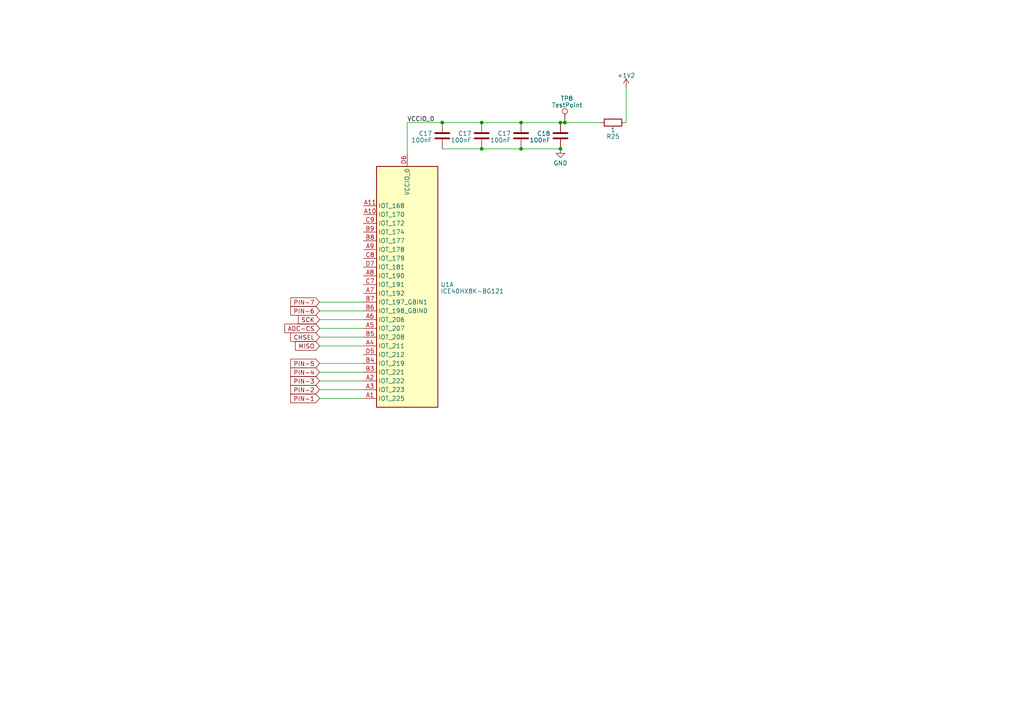
<source format=kicad_sch>
(kicad_sch (version 20230121) (generator eeschema)
  (paper "A4")
  (title_block (date "2023-04-22") (rev "V0.1"))
  (lib_symbols
    (symbol "Connector:TestPoint" (pin_numbers hide) (pin_names (offset 0.762) hide)
      (property "Reference" "TP" (at 0 6.858 0))
      (property "Value" "TestPoint" (at 0 5.08 0))
      (symbol "TestPoint_0_1"
        (circle (center 0 3.302) (radius 0.762))
      )
      (symbol "TestPoint_1_1"
        (pin passive line (at 0 0 90) (length 2.54) (name "1") (number "1"))
      )
    )
    (symbol "Device:C" (pin_numbers hide) (pin_names (offset 0.254))
      (property "Reference" "C" (at 0.635 2.54 0))
      (property "Value" "C" (at 0.635 -2.54 0))
      (symbol "C_0_1"
        (polyline (pts (xy -2.032 -0.762) (xy 2.032 -0.762)) (stroke (width 0.508)))
        (polyline (pts (xy -2.032 0.762) (xy 2.032 0.762)) (stroke (width 0.508)))
      )
      (symbol "C_1_1"
        (pin passive line (at 0 3.81 270) (length 2.794) (name "~") (number "1"))
        (pin passive line (at 0 -3.81 90) (length 2.794) (name "~") (number "2"))
      )
    )
    (symbol "Device:R" (pin_numbers hide) (pin_names (offset 0))
      (property "Reference" "R" (at 2.032 0 90))
      (property "Value" "R" (at 0 0 90))
      (symbol "R_0_1"
        (rectangle (start -1.016 -2.54) (end 1.016 2.54) (stroke (width 0.254)))
      )
      (symbol "R_1_1"
        (pin passive line (at 0 3.81 270) (length 1.27) (name "~") (number "1"))
        (pin passive line (at 0 -3.81 90) (length 1.27) (name "~") (number "2"))
      )
    )
    (symbol "FPGA_Lattice:ICE40HX8K-BG121"
      (property "Reference" "U" (at 2.54 44.45 0))
      (property "Value" "ICE40HX8K-BG121" (at 10.16 41.91 0))
      (symbol "ICE40HX8K-BG121_1_1"
        (rectangle (start -8.89 31.75) (end 8.89 -38.1) (stroke (width 0.254)) (fill (type background)))
        (pin bidirectional line (at -12.7 -35.56 0) (length 3.81) (name "IOT_225") (number "A1"))
        (pin bidirectional line (at -12.7 17.78 0) (length 3.81) (name "IOT_170") (number "A10"))
        (pin bidirectional line (at -12.7 20.32 0) (length 3.81) (name "IOT_168") (number "A11"))
        (pin bidirectional line (at -12.7 -30.48 0) (length 3.81) (name "IOT_222") (number "A2"))
        (pin bidirectional line (at -12.7 -33.02 0) (length 3.81) (name "IOT_223") (number "A3"))
        (pin bidirectional line (at -12.7 -20.32 0) (length 3.81) (name "IOT_211") (number "A4"))
        (pin bidirectional line (at -12.7 -15.24 0) (length 3.81) (name "IOT_207") (number "A5"))
        (pin bidirectional line (at -12.7 -12.7 0) (length 3.81) (name "IOT_206") (number "A6"))
        (pin bidirectional line (at -12.7 -5.08 0) (length 3.81) (name "IOT_192") (number "A7"))
        (pin bidirectional line (at -12.7 0 0) (length 3.81) (name "IOT_190") (number "A8"))
        (pin bidirectional line (at -12.7 7.62 0) (length 3.81) (name "IOT_178") (number "A9"))
        (pin bidirectional line (at -12.7 -27.94 0) (length 3.81) (name "IOT_221") (number "B3"))
        (pin bidirectional line (at -12.7 -25.4 0) (length 3.81) (name "IOT_219") (number "B4"))
        (pin bidirectional line (at -12.7 -17.78 0) (length 3.81) (name "IOT_208") (number "B5"))
        (pin bidirectional line (at -12.7 -10.16 0) (length 3.81) (name "IOT_198_GBIN0") (number "B6"))
        (pin bidirectional line (at -12.7 -7.62 0) (length 3.81) (name "IOT_197_GBIN1") (number "B7"))
        (pin bidirectional line (at -12.7 10.16 0) (length 3.81) (name "IOT_177") (number "B8"))
        (pin bidirectional line (at -12.7 12.7 0) (length 3.81) (name "IOT_174") (number "B9"))
        (pin bidirectional line (at -12.7 -2.54 0) (length 3.81) (name "IOT_191") (number "C7"))
        (pin bidirectional line (at -12.7 5.08 0) (length 3.81) (name "IOT_179") (number "C8"))
        (pin bidirectional line (at -12.7 15.24 0) (length 3.81) (name "IOT_172") (number "C9"))
        (pin bidirectional line (at -12.7 -22.86 0) (length 3.81) (name "IOT_212") (number "D5"))
        (pin power_in line (at 0 35.56 270) (length 3.81) (name "VCCIO_0") (number "D6"))
        (pin bidirectional line (at -12.7 2.54 0) (length 3.81) (name "IOT_181") (number "D7"))
      )
      (symbol "ICE40HX8K-BG121_2_1"
        (rectangle (start -8.89 31.75) (end 8.89 -33.02) (stroke (width 0.254)) (fill (type background)))
        (pin bidirectional line (at -12.7 -30.48 0) (length 3.81) (name "IOR_161") (number "B11"))
        (pin bidirectional line (at -12.7 -27.94 0) (length 3.81) (name "IOR_160") (number "C11"))
        (pin bidirectional line (at -12.7 -25.4 0) (length 3.81) (name "IOR_154") (number "D10"))
        (pin bidirectional line (at -12.7 -22.86 0) (length 3.81) (name "IOR_152") (number "D11"))
        (pin bidirectional line (at -12.7 -17.78 0) (length 3.81) (name "IOR_147") (number "D9"))
        (pin bidirectional line (at -12.7 -10.16 0) (length 3.81) (name "IOR_141_GBIN2") (number "E10"))
        (pin bidirectional line (at -12.7 -20.32 0) (length 3.81) (name "IOR_148") (number "E11"))
        (pin bidirectional line (at -12.7 -15.24 0) (length 3.81) (name "IOR_146") (number "E8"))
        (pin bidirectional line (at -12.7 -12.7 0) (length 3.81) (name "IOR_144") (number "E9"))
        (pin bidirectional line (at -12.7 -2.54 0) (length 3.81) (name "IOR_136") (number "F10"))
        (pin bidirectional line (at -12.7 -7.62 0) (length 3.81) (name "IOR_140_GBIN3") (number "F11"))
        (pin power_in line (at 0 35.56 270) (length 3.81) (name "VCCIO_1") (number "F8"))
        (pin bidirectional line (at -12.7 -5.08 0) (length 3.81) (name "IOR_137") (number "F9"))
        (pin bidirectional line (at -12.7 5.08 0) (length 3.81) (name "IOR_120") (number "G10"))
        (pin bidirectional line (at -12.7 0 0) (length 3.81) (name "IOR_129") (number "G11"))
        (pin bidirectional line (at -12.7 10.16 0) (length 3.81) (name "IOR_118") (number "G8"))
        (pin bidirectional line (at -12.7 2.54 0) (length 3.81) (name "IOR_128") (number "G9"))
        (pin bidirectional line (at -12.7 15.24 0) (length 3.81) (name "IOR_116") (number "H10"))
        (pin bidirectional line (at -12.7 7.62 0) (length 3.81) (name "IOR_119") (number "H11"))
        (pin bidirectional line (at -12.7 12.7 0) (length 3.81) (name "IOR_117") (number "J10"))
        (pin bidirectional line (at -12.7 20.32 0) (length 3.81) (name "IOR_114") (number "J11"))
        (pin bidirectional line (at -12.7 17.78 0) (length 3.81) (name "IOR_115") (number "K11"))
      )
      (symbol "ICE40HX8K-BG121_3_1"
        (rectangle (start -11.43 29.21) (end 11.43 -31.75) (stroke (width 0.254)) (fill (type background)))
        (pin power_in line (at 0 33.02 270) (length 3.81) (name "VCCIO_2") (number "H6"))
        (pin bidirectional line (at -15.24 -15.24 0) (length 3.81) (name "IOB_87") (number "H7"))
        (pin bidirectional line (at -15.24 -27.94 0) (length 3.81) (name "IOB_104_CBSEL1") (number "H9"))
        (pin bidirectional line (at -15.24 15.24 0) (length 3.81) (name "IOB_57") (number "J3"))
        (pin bidirectional line (at -15.24 7.62 0) (length 3.81) (name "IOB_64") (number "J4"))
        (pin bidirectional line (at -15.24 -2.54 0) (length 3.81) (name "IOB_78") (number "J5"))
        (pin bidirectional line (at -15.24 -12.7 0) (length 3.81) (name "IOB_86") (number "J7"))
        (pin bidirectional line (at -15.24 -20.32 0) (length 3.81) (name "IOB_91") (number "J8"))
        (pin bidirectional line (at -15.24 10.16 0) (length 3.81) (name "IOB_63") (number "K3"))
        (pin bidirectional line (at -15.24 0 0) (length 3.81) (name "IOB_73") (number "K4"))
        (pin bidirectional line (at -15.24 -5.08 0) (length 3.81) (name "IOB_79") (number "K5"))
        (pin bidirectional line (at -15.24 -10.16 0) (length 3.81) (name "IOB_82_GBIN4") (number "K6"))
        (pin bidirectional line (at -15.24 -17.78 0) (length 3.81) (name "IOB_89") (number "K7"))
        (pin open_collector line (at 15.24 25.4 180) (length 3.81) (name "CDONE") (number "K8"))
        (pin bidirectional line (at -15.24 17.78 0) (length 3.81) (name "IOB_56") (number "L1"))
        (pin bidirectional line (at -15.24 12.7 0) (length 3.81) (name "IOB_61") (number "L2"))
        (pin bidirectional line (at -15.24 5.08 0) (length 3.81) (name "IOB_71") (number "L3"))
        (pin bidirectional line (at -15.24 2.54 0) (length 3.81) (name "IOB_72") (number "L4"))
        (pin bidirectional line (at -15.24 -7.62 0) (length 3.81) (name "IOB_81_GBIN5") (number "L5"))
        (pin bidirectional line (at -15.24 -22.86 0) (length 3.81) (name "IOB_94") (number "L7"))
        (pin bidirectional line (at -15.24 -25.4 0) (length 3.81) (name "IOB_103_CBSEL0") (number "L8"))
        (pin input line (at -15.24 25.4 0) (length 3.81) (name "~{CRESET}") (number "L9"))
      )
      (symbol "ICE40HX8K-BG121_4_1"
        (rectangle (start -8.89 39.37) (end 8.89 -39.37) (stroke (width 0.254)) (fill (type background)))
        (pin bidirectional line (at -12.7 27.94 0) (length 3.81) (name "IOL_2A") (number "B1"))
        (pin bidirectional line (at -12.7 25.4 0) (length 3.81) (name "IOL_2B") (number "B2"))
        (pin bidirectional line (at -12.7 15.24 0) (length 3.81) (name "IOL_5B") (number "C1"))
        (pin bidirectional line (at -12.7 17.78 0) (length 3.81) (name "IOL_5A") (number "C2"))
        (pin bidirectional line (at -12.7 20.32 0) (length 3.81) (name "IOL_4B") (number "C3"))
        (pin bidirectional line (at -12.7 22.86 0) (length 3.81) (name "IOL_4A") (number "C4"))
        (pin bidirectional line (at -12.7 10.16 0) (length 3.81) (name "IOL_8B") (number "D1"))
        (pin bidirectional line (at -12.7 7.62 0) (length 3.81) (name "IOL_9A") (number "D2"))
        (pin bidirectional line (at -12.7 5.08 0) (length 3.81) (name "IOL_9B") (number "D3"))
        (pin bidirectional line (at -12.7 12.7 0) (length 3.81) (name "IOL_8A") (number "E1"))
        (pin bidirectional line (at -12.7 2.54 0) (length 3.81) (name "IOL_10A") (number "E2"))
        (pin bidirectional line (at -12.7 0 0) (length 3.81) (name "IOL_10B") (number "E3"))
        (pin power_in line (at 0 43.18 270) (length 3.81) (name "VCCIO_3") (number "E4"))
        (pin bidirectional line (at -12.7 -2.54 0) (length 3.81) (name "IOL_12A") (number "F1"))
        (pin bidirectional line (at -12.7 -5.08 0) (length 3.81) (name "IOL_12B") (number "F2"))
        (pin bidirectional line (at -12.7 -10.16 0) (length 3.81) (name "IOL_13B_GBIN7") (number "F3"))
        (pin bidirectional line (at -12.7 -7.62 0) (length 3.81) (name "IOL_13A") (number "F4"))
        (pin bidirectional line (at -12.7 -12.7 0) (length 3.81) (name "IOL_14A_GBIN6") (number "G1"))
        (pin bidirectional line (at -12.7 -15.24 0) (length 3.81) (name "IOL_14B") (number "G2"))
        (pin bidirectional line (at -12.7 -17.78 0) (length 3.81) (name "IOL_17A") (number "G3"))
        (pin passive line (at 0 43.18 270) (length 3.81) hide (name "VCCIO_3") (number "G4"))
        (pin bidirectional line (at -12.7 -22.86 0) (length 3.81) (name "IOL_18A") (number "H1"))
        (pin bidirectional line (at -12.7 -25.4 0) (length 3.81) (name "IOL_18B") (number "H2"))
        (pin bidirectional line (at -12.7 -20.32 0) (length 3.81) (name "IOL_17B") (number "H3"))
        (pin bidirectional line (at -12.7 -27.94 0) (length 3.81) (name "IOL_23A") (number "J1"))
        (pin bidirectional line (at -12.7 -35.56 0) (length 3.81) (name "IOL_25B") (number "J2"))
        (pin bidirectional line (at -12.7 -30.48 0) (length 3.81) (name "IOL_23B") (number "K1"))
        (pin bidirectional line (at -12.7 -33.02 0) (length 3.81) (name "IOL_25A") (number "K2"))
      )
      (symbol "ICE40HX8K-BG121_5_1"
        (rectangle (start -11.43 13.97) (end 11.43 -13.97) (stroke (width 0.254)) (fill (type background)))
        (pin power_in line (at -2.54 17.78 270) (length 3.81) (name "VPP_FAST") (number "B10"))
        (pin power_in line (at 0 17.78 270) (length 3.81) (name "VPP_2V5") (number "C10"))
        (pin power_in line (at 15.24 -10.16 180) (length 3.81) (name "GNDPLL1") (number "C5"))
        (pin power_in line (at 15.24 -2.54 180) (length 3.81) (name "VCCPLL1") (number "C6"))
        (pin passive line (at 2.54 17.78 270) (length 3.81) hide (name "VCC") (number "D4"))
        (pin power_in line (at 2.54 17.78 270) (length 3.81) (name "VCC") (number "D8"))
        (pin power_in line (at -7.62 -17.78 90) (length 3.81) (name "GND") (number "E5"))
        (pin passive line (at -7.62 -17.78 90) (length 3.81) hide (name "GND") (number "E6"))
        (pin passive line (at -7.62 -17.78 90) (length 3.81) hide (name "GND") (number "E7"))
        (pin passive line (at -7.62 -17.78 90) (length 3.81) hide (name "GND") (number "F5"))
        (pin passive line (at -7.62 -17.78 90) (length 3.81) hide (name "GND") (number "F6"))
        (pin passive line (at -7.62 -17.78 90) (length 3.81) hide (name "GND") (number "F7"))
        (pin passive line (at -7.62 -17.78 90) (length 3.81) hide (name "GND") (number "G5"))
        (pin passive line (at -7.62 -17.78 90) (length 3.81) hide (name "GND") (number "G6"))
        (pin passive line (at -7.62 -17.78 90) (length 3.81) hide (name "GND") (number "G7"))
        (pin passive line (at 2.54 17.78 270) (length 3.81) hide (name "VCC") (number "H4"))
        (pin passive line (at -7.62 -17.78 90) (length 3.81) hide (name "GND") (number "H5"))
        (pin passive line (at 2.54 17.78 270) (length 3.81) hide (name "VCC") (number "H8"))
        (pin power_in line (at 15.24 7.62 180) (length 3.81) (name "VCCPLL0") (number "J6"))
        (pin bidirectional line (at -15.24 0 0) (length 3.81) (name "IOB_106_SDI") (number "J9"))
        (pin bidirectional line (at -15.24 -5.08 0) (length 3.81) (name "IOB_108_SS") (number "K10"))
        (pin bidirectional line (at -15.24 2.54 0) (length 3.81) (name "IOB_105_SDO") (number "K9"))
        (pin bidirectional line (at -15.24 -2.54 0) (length 3.81) (name "IOB_107_SCK") (number "L10"))
        (pin power_in line (at -7.62 17.78 270) (length 3.81) (name "VCC_SPI") (number "L11"))
        (pin power_in line (at 15.24 0 180) (length 3.81) (name "GNDPLL0") (number "L6"))
      )
    )
    (symbol "power:+1V2" (power) (pin_names (offset 0))
      (property "Value" "+1V2" (at 0 3.556 0))
      (symbol "+1V2_0_1"
        (polyline (pts (xy -0.762 1.27) (xy 0 2.54)))
        (polyline (pts (xy 0 0) (xy 0 2.54)))
        (polyline (pts (xy 0 2.54) (xy 0.762 1.27)))
      )
      (symbol "+1V2_1_1"
        (pin power_in line (at 0 0 90) (length 0) hide (name "+1V2") (number "1"))
      )
    )
    (symbol "power:GND" (power) (pin_names (offset 0))
      (property "Value" "GND" (at 0 -3.81 0))
      (symbol "GND_0_1"
        (polyline (pts (xy 0 0) (xy 0 -1.27) (xy 1.27 -1.27) (xy 0 -2.54) (xy -1.27 -1.27) (xy 0 -1.27)))
      )
      (symbol "GND_1_1"
        (pin power_in line (at 0 0 270) (length 0) hide (name "GND") (number "1"))
      )
    )
  )
  (junction (at 163.83 35.56))
  (junction (at 162.56 35.56))
  (junction (at 151.13 43.18))
  (junction (at 139.7 43.18))
  (junction (at 128.27 35.56))
  (junction (at 139.7 35.56))
  (junction (at 162.56 43.18))
  (junction (at 151.13 35.56))
  (wire (pts (xy 151.13 35.56) (xy 162.56 35.56)))
  (wire (pts (xy 92.71 100.33) (xy 105.41 100.33)))
  (wire (pts (xy 163.83 35.56) (xy 162.56 35.56)))
  (wire (pts (xy 92.71 113.03) (xy 105.41 113.03)))
  (wire (pts (xy 92.71 97.79) (xy 105.41 97.79)))
  (wire (pts (xy 151.13 35.56) (xy 139.7 35.56)))
  (wire (pts (xy 92.71 87.63) (xy 105.41 87.63)))
  (wire (pts (xy 92.71 107.95) (xy 105.41 107.95)))
  (wire (pts (xy 92.71 110.49) (xy 105.41 110.49)))
  (wire (pts (xy 151.13 43.18) (xy 139.7 43.18)))
  (wire (pts (xy 128.27 35.56) (xy 118.11 35.56)))
  (wire (pts (xy 163.83 35.56) (xy 173.99 35.56)))
  (wire (pts (xy 139.7 35.56) (xy 128.27 35.56)))
  (wire (pts (xy 181.61 25.4) (xy 181.61 35.56)))
  (wire (pts (xy 92.71 90.17) (xy 105.41 90.17)))
  (wire (pts (xy 151.13 43.18) (xy 162.56 43.18)))
  (wire (pts (xy 118.11 35.56) (xy 118.11 44.45)))
  (wire (pts (xy 92.71 92.71) (xy 105.41 92.71)))
  (wire (pts (xy 92.71 115.57) (xy 105.41 115.57)))
  (wire (pts (xy 139.7 43.18) (xy 128.27 43.18)))
  (wire (pts (xy 92.71 95.25) (xy 105.41 95.25)))
  (wire (pts (xy 92.71 105.41) (xy 105.41 105.41)))
  (label "VCCIO_0" (at 118.11 35.56 0))
  (global_label "ADC-CS" (shape input) (at 92.71 95.25 180) (property "Intersheetrefs" "${INTERSHEET_REFS}" (effects hide)))
  (global_label "PIN-7" (shape input) (at 92.71 87.63 180) (property "Intersheetrefs" "${INTERSHEET_REFS}" (effects hide)))
  (global_label "SCK" (shape input) (at 92.71 92.71 180) (property "Intersheetrefs" "${INTERSHEET_REFS}" (effects hide)))
  (global_label "PIN-4" (shape input) (at 92.71 107.95 180) (property "Intersheetrefs" "${INTERSHEET_REFS}" (effects hide)))
  (global_label "CHSEL" (shape input) (at 92.71 97.79 180) (property "Intersheetrefs" "${INTERSHEET_REFS}" (effects hide)))
  (global_label "PIN-2" (shape input) (at 92.71 113.03 180) (property "Intersheetrefs" "${INTERSHEET_REFS}" (effects hide)))
  (global_label "PIN-6" (shape input) (at 92.71 90.17 180) (property "Intersheetrefs" "${INTERSHEET_REFS}" (effects hide)))
  (global_label "PIN-1" (shape input) (at 92.71 115.57 180) (property "Intersheetrefs" "${INTERSHEET_REFS}" (effects hide)))
  (global_label "PIN-5" (shape input) (at 92.71 105.41 180) (property "Intersheetrefs" "${INTERSHEET_REFS}" (effects hide)))
  (global_label "MISO" (shape input) (at 92.71 100.33 180) (property "Intersheetrefs" "${INTERSHEET_REFS}" (effects hide)))
  (global_label "PIN-3" (shape input) (at 92.71 110.49 180) (property "Intersheetrefs" "${INTERSHEET_REFS}" (effects hide)))
  (symbol (lib_id "Device:C") (at 139.7 39.37 0) (mirror y) (unit 1)
    (property "Reference" "C17" (at 136.779 38.7263 0) (effects (justify left)))
    (property "Value" "100nF" (at 136.779 40.6473 0) (effects (justify left)))
    (instances (project "UFO-FPGA" (path "" (reference "C17") (unit 1)) (path "" (reference "C23") (unit 1)) (path "" (reference "C26") (unit 1)) (path "" (reference "C30") (unit 1))))
  )
  (symbol (lib_id "power:+1V2") (at 181.61 25.4 0) (unit 1)
    (property "Reference" "#PWR024" (effects hide))
    (property "Value" "+1V2" (at 181.61 21.8981 0))
    (instances (project "UFO-FPGA" (path "" (reference "#PWR024") (unit 1)) (path "" (reference "#PWR027") (unit 1)) (path "" (reference "#PWR029") (unit 1)) (path "" (reference "#PWR036") (unit 1))))
  )
  (symbol (lib_id "Connector:TestPoint") (at 163.83 35.56 0) (unit 1)
    (property "Reference" "TP8" (at 162.56 28.575 0) (effects (justify left)))
    (property "Value" "TestPoint" (at 160.02 30.48 0) (effects (justify left)))
    (instances (project "UFO-FPGA" (path "" (reference "TP8") (unit 1)) (path "" (reference "TP5") (unit 1)) (path "" (reference "TP9") (unit 1)) (path "" (reference "TP10") (unit 1))))
  )
  (symbol (lib_id "Device:C") (at 162.56 39.37 0) (mirror y) (unit 1)
    (property "Reference" "C18" (at 159.639 38.7263 0) (effects (justify left)))
    (property "Value" "100nF" (at 159.639 40.6473 0) (effects (justify left)))
    (instances (project "UFO-FPGA" (path "" (reference "C18") (unit 1)) (path "" (reference "C21") (unit 1)) (path "" (reference "C28") (unit 1)) (path "" (reference "C32") (unit 1))))
  )
  (symbol (lib_id "FPGA_Lattice:ICE40HX8K-BG121") (at 118.11 80.01 0) (unit 1)
    (property "Reference" "U1" (at 127.762 82.5413 0) (effects (justify left)))
    (property "Value" "ICE40HX8K-BG121" (at 127.762 84.4623 0) (effects (justify left)))
    (property "Footprint" "Package_BGA:BGA-121_9.0x9.0mm_Layout11x11_P0.8mm_Ball0.4mm_Pad0.35mm_NSMD" (effects hide))
    (property "Datasheet" "http://www.latticesemi.com/Products/FPGAandCPLD/iCE40" (effects hide))
  )
  (symbol (lib_id "Device:C") (at 128.27 39.37 0) (mirror y) (unit 1)
    (property "Reference" "C17" (at 125.349 38.7263 0) (effects (justify left)))
    (property "Value" "100nF" (at 125.349 40.6473 0) (effects (justify left)))
    (instances (project "UFO-FPGA" (path "" (reference "C17") (unit 1)) (path "" (reference "C24") (unit 1)) (path "" (reference "C25") (unit 1)) (path "" (reference "C29") (unit 1))))
  )
  (symbol (lib_id "Device:C") (at 151.13 39.37 0) (mirror y) (unit 1)
    (property "Reference" "C17" (at 148.209 38.7263 0) (effects (justify left)))
    (property "Value" "100nF" (at 148.209 40.6473 0) (effects (justify left)))
    (instances (project "UFO-FPGA" (path "" (reference "C17") (unit 1)) (path "" (reference "C22") (unit 1)) (path "" (reference "C27") (unit 1)) (path "" (reference "C31") (unit 1))))
  )
  (symbol (lib_id "power:GND") (at 162.56 43.18 0) (unit 1)
    (property "Reference" "#PWR0101" (effects hide))
    (property "Value" "GND" (at 162.56 47.3155 0))
  )
  (symbol (lib_id "Device:R") (at 177.8 35.56 270) (unit 1)
    (property "Reference" "R25" (at 177.8 39.5859 90))
    (property "Value" "1" (at 177.8 37.6649 90))
    (instances (project "UFO-FPGA" (path "" (reference "R25") (unit 1)) (path "" (reference "R28") (unit 1)) (path "" (reference "R30") (unit 1)) (path "" (reference "R31") (unit 1))))
  )
)
</source>
